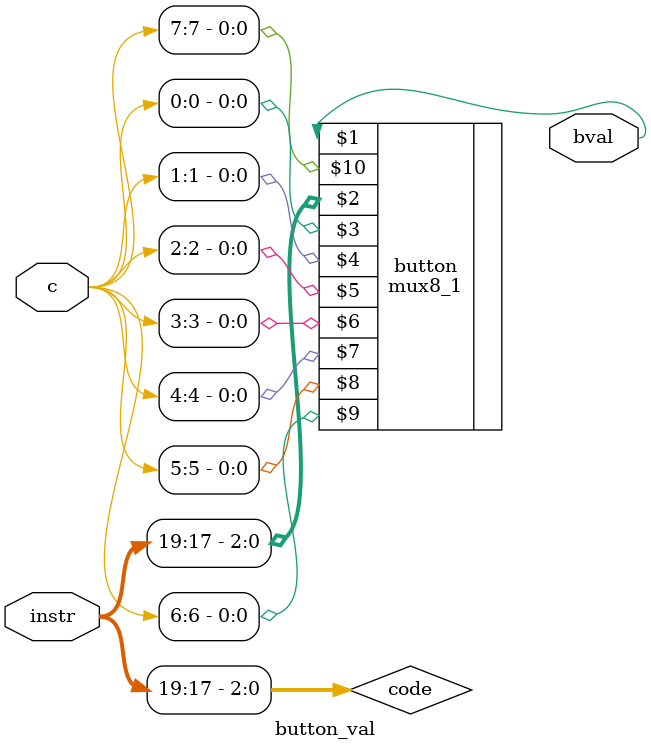
<source format=v>
module button_val(bval, instr, c);
    input [31:0] instr;
    input [7:0] c;  // controller

    output bval;

    wire [2:0] code;
    assign code = instr[19:17];

    mux8_1 button(bval, code, c[0], c[1], c[2], c[3],
                                c[4], c[5], c[6], c[7]);
endmodule
</source>
